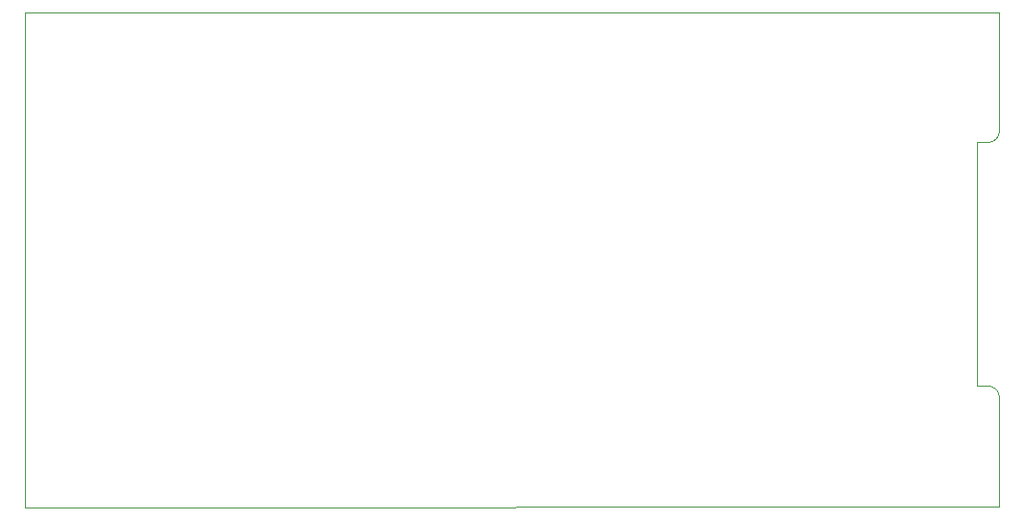
<source format=gbr>
%TF.GenerationSoftware,KiCad,Pcbnew,5.1.9+dfsg1-1~bpo10+1*%
%TF.CreationDate,2021-08-15T14:26:23+08:00*%
%TF.ProjectId,epd-clock,6570642d-636c-46f6-936b-2e6b69636164,rev?*%
%TF.SameCoordinates,Original*%
%TF.FileFunction,Profile,NP*%
%FSLAX46Y46*%
G04 Gerber Fmt 4.6, Leading zero omitted, Abs format (unit mm)*
G04 Created by KiCad (PCBNEW 5.1.9+dfsg1-1~bpo10+1) date 2021-08-15 14:26:23*
%MOMM*%
%LPD*%
G01*
G04 APERTURE LIST*
%TA.AperFunction,Profile*%
%ADD10C,0.050000*%
%TD*%
G04 APERTURE END LIST*
D10*
X181075000Y-107800000D02*
G75*
G02*
X180075000Y-108800000I-1000000J0D01*
G01*
X180075000Y-130300000D02*
G75*
G02*
X181075000Y-131300000I0J-1000000D01*
G01*
X179075000Y-108800000D02*
X180075000Y-108800000D01*
X179075000Y-130300000D02*
X180075000Y-130300000D01*
X179075000Y-108800000D02*
X179075000Y-130300000D01*
X95075000Y-97300000D02*
X95100000Y-141000000D01*
X181075000Y-131300000D02*
X181075000Y-140975000D01*
X181075000Y-97300000D02*
X95075000Y-97300000D01*
X181075000Y-107800000D02*
X181075000Y-97300000D01*
X95100000Y-141000000D02*
X181075000Y-140975000D01*
M02*

</source>
